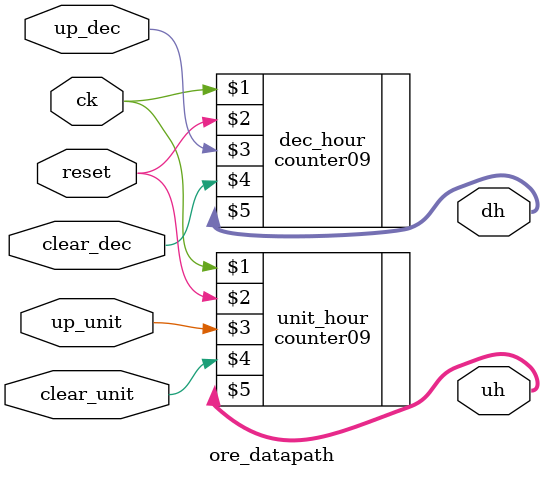
<source format=v>
`timescale 1ns / 1ps


module ore_datapath (input ck,
                     input reset,
                     input up_unit,
                     input up_dec,
                     input clear_unit,
                     input clear_dec,
                     output [3:0] uh, //unit hout on 4 bit 
                     output [3:0] dh); // dec hour on 4 bit
                     counter09 unit_hour(ck,reset,up_unit,clear_unit,uh);
                     counter09 dec_hour(ck,reset,up_dec,clear_dec,dh);
                     
                     
endmodule
</source>
